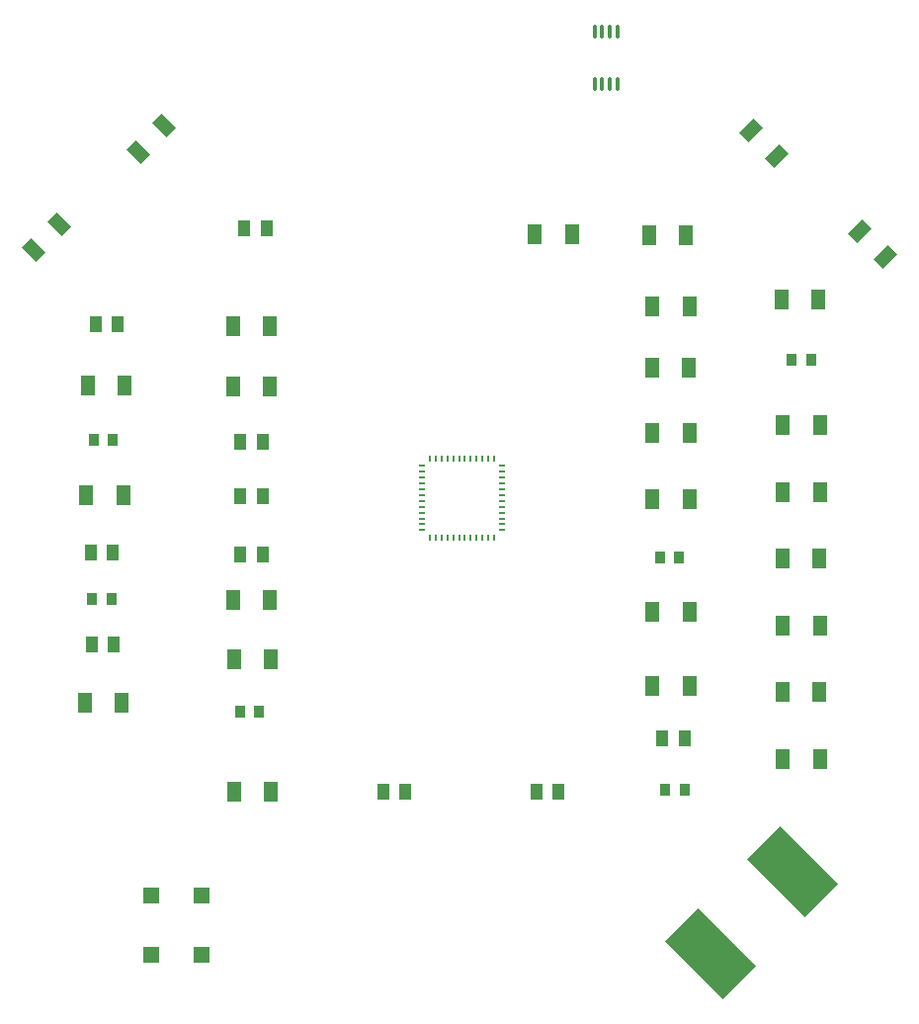
<source format=gtp>
G04*
G04 #@! TF.GenerationSoftware,Altium Limited,Altium Designer,18.1.9 (240)*
G04*
G04 Layer_Color=8421504*
%FSLAX24Y24*%
%MOIN*%
G70*
G01*
G75*
G04:AMPARAMS|DCode=16|XSize=66.9mil|YSize=45.3mil|CornerRadius=0mil|HoleSize=0mil|Usage=FLASHONLY|Rotation=225.000|XOffset=0mil|YOffset=0mil|HoleType=Round|Shape=Rectangle|*
%AMROTATEDRECTD16*
4,1,4,0.0077,0.0397,0.0397,0.0077,-0.0077,-0.0397,-0.0397,-0.0077,0.0077,0.0397,0.0*
%
%ADD16ROTATEDRECTD16*%

G04:AMPARAMS|DCode=17|XSize=157.5mil|YSize=275.6mil|CornerRadius=0mil|HoleSize=0mil|Usage=FLASHONLY|Rotation=45.000|XOffset=0mil|YOffset=0mil|HoleType=Round|Shape=Rectangle|*
%AMROTATEDRECTD17*
4,1,4,0.0418,-0.1531,-0.1531,0.0418,-0.0418,0.1531,0.1531,-0.0418,0.0418,-0.1531,0.0*
%
%ADD17ROTATEDRECTD17*%

G04:AMPARAMS|DCode=18|XSize=66.9mil|YSize=45.3mil|CornerRadius=0mil|HoleSize=0mil|Usage=FLASHONLY|Rotation=135.000|XOffset=0mil|YOffset=0mil|HoleType=Round|Shape=Rectangle|*
%AMROTATEDRECTD18*
4,1,4,0.0397,-0.0077,0.0077,-0.0397,-0.0397,0.0077,-0.0077,0.0397,0.0397,-0.0077,0.0*
%
%ADD18ROTATEDRECTD18*%

%ADD19R,0.0350X0.0402*%
%ADD20R,0.0453X0.0669*%
%ADD21R,0.0433X0.0571*%
%ADD22O,0.0138X0.0531*%
%ADD23R,0.0571X0.0551*%
%ADD24O,0.0094X0.0236*%
%ADD25O,0.0236X0.0094*%
D16*
X33100Y28700D02*
D03*
X33977Y27823D02*
D03*
X29450Y32100D02*
D03*
X30327Y31223D02*
D03*
D17*
X28066Y4316D02*
D03*
X30850Y7100D02*
D03*
D18*
X9650Y32250D02*
D03*
X8773Y31373D02*
D03*
X5250Y28050D02*
D03*
X6127Y28927D02*
D03*
D19*
X27019Y17700D02*
D03*
X26381D02*
D03*
X27200Y9850D02*
D03*
X26562D02*
D03*
X30831Y24350D02*
D03*
X31469D02*
D03*
X12850Y12500D02*
D03*
X12212D02*
D03*
X7231Y16300D02*
D03*
X7869D02*
D03*
X7919Y21650D02*
D03*
X7281D02*
D03*
D20*
X13220Y16250D02*
D03*
X11980D02*
D03*
X30530Y22150D02*
D03*
X31770D02*
D03*
X30530Y19900D02*
D03*
X31770D02*
D03*
X26130Y19650D02*
D03*
X27370D02*
D03*
X26010Y28550D02*
D03*
X27250D02*
D03*
X30530Y10900D02*
D03*
X31770D02*
D03*
X30530Y15400D02*
D03*
X31770D02*
D03*
X12010Y14250D02*
D03*
X13250D02*
D03*
X26130Y21900D02*
D03*
X27370D02*
D03*
X6980Y12800D02*
D03*
X8220D02*
D03*
X13250Y9800D02*
D03*
X12010D02*
D03*
X7030Y19800D02*
D03*
X8270D02*
D03*
X8320Y23500D02*
D03*
X7080D02*
D03*
X27370Y26150D02*
D03*
X26130D02*
D03*
X30480Y26400D02*
D03*
X31720D02*
D03*
X27370Y13350D02*
D03*
X26130D02*
D03*
X27370Y15850D02*
D03*
X26130D02*
D03*
X11983Y25500D02*
D03*
X13224D02*
D03*
X26100Y24100D02*
D03*
X27340D02*
D03*
X11983Y23450D02*
D03*
X13224D02*
D03*
X30500Y13150D02*
D03*
X31740D02*
D03*
X22160Y28600D02*
D03*
X23400D02*
D03*
X30500Y17650D02*
D03*
X31740D02*
D03*
D21*
X12974Y17800D02*
D03*
X12226D02*
D03*
X12974Y19750D02*
D03*
X12226D02*
D03*
X12974Y21600D02*
D03*
X12226D02*
D03*
X13100Y28800D02*
D03*
X12352D02*
D03*
X22950Y9800D02*
D03*
X22202D02*
D03*
X27200Y11600D02*
D03*
X26452D02*
D03*
X7199Y14750D02*
D03*
X7947D02*
D03*
X17798Y9800D02*
D03*
X17050D02*
D03*
X7176Y17850D02*
D03*
X7924D02*
D03*
X7350Y25550D02*
D03*
X8098D02*
D03*
D22*
X24166Y33674D02*
D03*
X24422D02*
D03*
X24678D02*
D03*
X24934D02*
D03*
X24166Y35426D02*
D03*
X24422D02*
D03*
X24678D02*
D03*
X24934D02*
D03*
D23*
X10900Y4300D02*
D03*
Y6300D02*
D03*
X9223Y4300D02*
D03*
Y6300D02*
D03*
D24*
X18617Y21039D02*
D03*
X18814D02*
D03*
X19011D02*
D03*
X19208D02*
D03*
X19405D02*
D03*
X19602D02*
D03*
X19798D02*
D03*
X19995D02*
D03*
X20192D02*
D03*
X20389D02*
D03*
X20586D02*
D03*
X20783D02*
D03*
Y18361D02*
D03*
X20586D02*
D03*
X20389D02*
D03*
X20192D02*
D03*
X19995D02*
D03*
X19798D02*
D03*
X19602D02*
D03*
X19405D02*
D03*
X19208D02*
D03*
X19011D02*
D03*
X18814D02*
D03*
X18617D02*
D03*
D25*
X21039Y20783D02*
D03*
Y20586D02*
D03*
Y20389D02*
D03*
Y20192D02*
D03*
Y19995D02*
D03*
Y19798D02*
D03*
Y19602D02*
D03*
Y19405D02*
D03*
Y19208D02*
D03*
Y19011D02*
D03*
Y18814D02*
D03*
Y18617D02*
D03*
X18361D02*
D03*
Y18814D02*
D03*
Y19011D02*
D03*
Y19208D02*
D03*
Y19405D02*
D03*
Y19602D02*
D03*
Y19798D02*
D03*
Y19995D02*
D03*
Y20192D02*
D03*
Y20389D02*
D03*
Y20586D02*
D03*
Y20783D02*
D03*
M02*

</source>
